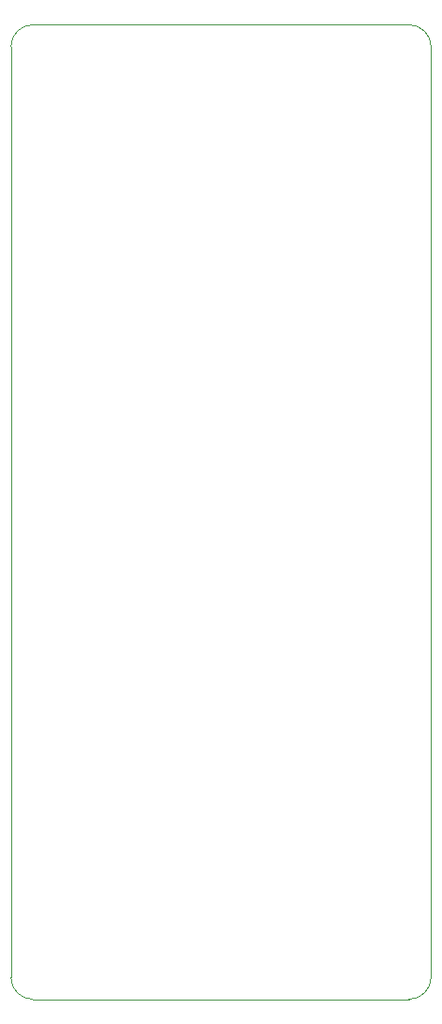
<source format=gbr>
G04 #@! TF.GenerationSoftware,KiCad,Pcbnew,5.1.5+dfsg1-2build2*
G04 #@! TF.CreationDate,2020-10-16T19:58:43-06:00*
G04 #@! TF.ProjectId,remote,72656d6f-7465-42e6-9b69-6361645f7063,rev?*
G04 #@! TF.SameCoordinates,Original*
G04 #@! TF.FileFunction,Profile,NP*
%FSLAX46Y46*%
G04 Gerber Fmt 4.6, Leading zero omitted, Abs format (unit mm)*
G04 Created by KiCad (PCBNEW 5.1.5+dfsg1-2build2) date 2020-10-16 19:58:43*
%MOMM*%
%LPD*%
G04 APERTURE LIST*
%ADD10C,0.050000*%
G04 APERTURE END LIST*
D10*
X32000000Y-118000000D02*
X66000000Y-118000000D01*
X32000000Y-118000000D02*
G75*
G02X30000000Y-116000000I0J2000000D01*
G01*
X68000000Y-116000000D02*
G75*
G02X66000000Y-118000000I-2000000J0D01*
G01*
X68000000Y-32000000D02*
X68000000Y-116000000D01*
X30000000Y-32000000D02*
X30000000Y-116000000D01*
X30000000Y-32000000D02*
G75*
G02X32000000Y-30000000I2000000J0D01*
G01*
X66000000Y-30000000D02*
G75*
G02X68000000Y-32000000I0J-2000000D01*
G01*
X32000000Y-30000000D02*
X66000000Y-30000000D01*
M02*

</source>
